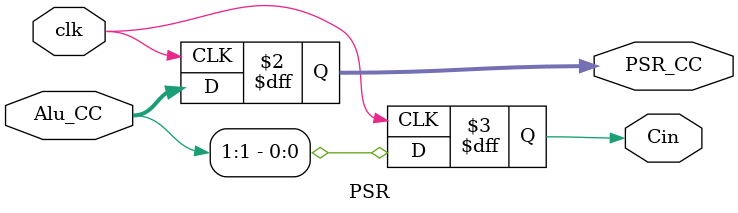
<source format=v>
module ALU(output reg Z, N, C, V, output reg [31:0] Out, input [31:0] A, B, input Cin, input [3:0] opcode);
    always @(A, B, opcode) begin
        case(opcode)
            4'b0000: begin
                //A+B
                {C, Out} = A + B;
                Z = (Out == 0);
                N = Out[31];
                V = ~(A[31] ^ B[31]) & (A[31] ^ Out[31]);
            end
            
            4'b0001: begin
                //A+B+Cin
                {C, Out} = A + B + Cin;
                Z = (Out == 0);
                N = Out[31];
                V = ~(A[31] ^ B[31]) & (A[31] ^ Out[31]);
            end
            
            4'b0010: begin
                //A-B
                Out = A - B;
                Z = (Out == 0);
                N = Out[31];
                C = (A < B) ? 1 : 0;
                V = (A[31] ^ B[31]) & (A[31] ^ Out[31]);
            end
            
            4'b0011: begin
                //A-B-Cin
                Out = A - B - Cin;
                Z = (Out == 0);
                N = Out[31];
                C = (A < (B+Cin)) ? 1 : 0;
                V = (A[31] ^ B[31]) & (A[31] ^ Out[31]);
            end
            
            4'b0100: begin
                //B-A
                Out = B - A;
                Z = (Out == 0);
                N = Out[31];
                C = (B < A) ? 1 : 0;
                V = (B[31] ^ A[31]) & (B[31] ^ Out[31]);
            end
            
            4'b0101: begin
                //B-A-Cin
                Out = B - A - Cin;
                Z = (Out == 0);
                N = Out[31];
                C = (B < (A+Cin)) ? 1 : 0;
                V = (B[31] ^ A[31]) & (B[31] ^ Out[31]);
            end
            
            4'b0110: begin
                //A and B
                Out = A & B;
                Z = (Out == 0);
                N = Out[31];
            end
            
            4'b0111: begin
                //A or B
                Out = A | B;
                Z = (Out == 0);
                N = Out[31];
            end
            
            4'b1000: begin
                //A xor B
                Out = A ^ B;
                Z = (Out == 0);
                N = Out[31];
            end
            
            4'b1001: begin
                //A
                Out = A;
                Z = (Out == 0);
                N = Out[31];
            end
            
            4'b1010: begin
                //B
                Out = B;
                Z = (Out == 0);
                N = Out[31];
            end
            
            4'b1011: begin
                //not B
                Out = (~B);
                Z = (Out == 0);
                N = Out[31];
            end
            
            4'b1100: begin
                //A and (not B)
                Out = A & (~B);
                Z = (Out == 0);
                N = Out[31];
            end
            
        endcase
    end    
    
endmodule

module ConditionHandler (
    input [3:0] CC,            // Condition codes: N, Z, C, V
    input [3:0] ID_ICC_3128,   // Instruction condition field
    input ID_B_Instr,          // Indicates branch instruction
    input ID_BL_Instr,         // Indicates branch-and-link instruction
    output reg Out_B,          // Branch signal
    output reg Out_BL          // Branch-and-link signal
);
    wire N = CC[3];  // Negative flag
    wire Z = CC[2];  // Zero flag
    wire C = CC[1];  // Carry flag
    wire V = CC[0];  // Overflow flag

    always @(*) begin
        Out_B = 0;
        Out_BL = 0;

        // Branch condition handling
        if (ID_B_Instr) begin
            case (ID_ICC_3128)
                4'b0000: Out_B = (Z == 1);                  // Branch if equal
                4'b0001: Out_B = (Z == 0);                  // Branch if not equal
                4'b0010: Out_B = (C == 1);                  // Branch if carry set
                4'b0011: Out_B = (C == 0);                  // Branch if carry clear
                4'b0100: Out_B = (N == 1);                  // Branch if minus
                4'b0101: Out_B = (N == 0);                  // Branch if pos or zero
                4'b0110: Out_B = (V == 1);                  // Branch if overflow
                4'b0111: Out_B = (V == 0);                  // Branch if no overflow
                4'b1000: Out_B = ((C==1)&&(Z==0));          // Branch if unsigned higher
                4'b1001: Out_B = ((C==0)||(Z==1));          // Branch if unsigned lower or same
                4'b1010: Out_B = (N==V);                    // Branch if greater or equal
                4'b1011: Out_B = (N!=V);                    // Branch if less than
                4'b1100: Out_B = ((Z==0)&&(N==V));          // Branch if greater than
                4'b1101: Out_B = ((Z==1)||(N!=V));          // Branch if less than or equal
                4'b1110: Out_B = 1;                         // Always branch
                4'b1111: Out_B = 0;                         // Branch Never
            endcase   
            if (ID_BL_Instr) begin
                Out_BL = 1; 
            end
        end
    end

endmodule


module Multiplexer (
    output reg [1:0] AM,
    output reg [3:0] opcode,
    output reg S, load, RFenable, B, BL, size, ReadWrite,Enable,
    input [1:0] ID_shift_AM,
    input [3:0] ID_alu_op,
    input ID_S_Bit, ID_load_instr, ID_RF_enable, ID_B_intr, ID_enable_instr, ID_RW, ID_size, ID_BL_instr, select
);
    always @(*) begin
        if (select) begin
            AM = 2'b00;
            opcode = 4'b0000;
            S = 1'b0;
            load = 1'b0;
            RFenable = 1'b0;
            B = 1'b0;
            BL = 1'b0;
            Enable = 1'b0;
            size = 1'b0;
            ReadWrite = 1'b0;
        end else begin
            AM = ID_shift_AM;
            opcode = ID_alu_op;
            S = ID_S_Bit;
            load = ID_load_instr;
            ReadWrite = ID_RW;
            Enable = ID_enable_instr;
            RFenable = ID_RF_enable;
            B = ID_B_intr;
            BL = ID_BL_instr;
            size = ID_size;
        end
    end
endmodule

module ControlUnit(
    output reg ID_S_bit, ID_load_instr, ID_RF_enable, ID_B_instr,
    ID_enable_instr, ID_size, ID_BL_instr, ID_RW,
    output reg [1:0] ID_shift_AM, sop_count,
    output reg [3:0] ID_alu_op, 
    output reg [7:0] ID_mnemonic0, ID_mnemonic1, ID_mnemonic2,
    input [31:0] instruction
);

always @(instruction) begin
/*
signals for the number of source operands
00 - 0 source operands
01 - 1 source operand
10 - 2 source operands
11 - 3 source operands
*/
    if (instruction == 32'b00000000000000000000000000000000) begin
        ID_S_bit = 0;
        ID_load_instr = 0;
        ID_RF_enable = 0;
        ID_B_instr = 0;
        ID_enable_instr = 0;
        ID_size = 0;
        ID_RW = 0;
        ID_BL_instr = 0;
        ID_shift_AM = 2'b00;
        ID_alu_op = 4'b0000;
        ID_mnemonic0 = "N";
        ID_mnemonic1 = "O";
        ID_mnemonic2 = "P";
    end else begin
        case (instruction[27:25])
            3'b000: begin  // data processing immediate shift
                if (instruction[4] == 0) begin
                    ID_S_bit = instruction[20];
                    ID_load_instr = 0;
                    ID_RW = 0;
                    ID_RF_enable = 1; 
                    ID_B_instr = 0;
                    ID_enable_instr = 0;
                    ID_size = 0; 
                    ID_BL_instr = 0;
                    ID_shift_AM = 2'b11;
                    sop_count = 2'b10; 
                    
                    
                    
                    case (instruction[24:21])
                        4'b0000: begin ID_alu_op = 4'b0110; ID_mnemonic0 = "A"; ID_mnemonic1 = "N"; ID_mnemonic2 = "D"; end
                        4'b0001: begin ID_alu_op = 4'b1000; ID_mnemonic0 = "E"; ID_mnemonic1 = "O"; ID_mnemonic2 = "R"; end
                        4'b0010: begin ID_alu_op = 4'b0010; ID_mnemonic0 = "S"; ID_mnemonic1 = "U"; ID_mnemonic2 = "B"; end
                        4'b0011: begin ID_alu_op = 4'b0100; ID_mnemonic0 = "R"; ID_mnemonic1 = "S"; ID_mnemonic2 = "B"; end
                        4'b0100: begin ID_alu_op = 4'b0000; ID_mnemonic0 = "A"; ID_mnemonic1 = "D"; ID_mnemonic2 = "D"; end
                        4'b0101: begin ID_alu_op = 4'b0001; ID_mnemonic0 = "A"; ID_mnemonic1 = "D"; ID_mnemonic2 = "C"; end
                        4'b0110: begin ID_alu_op = 4'b0011; ID_mnemonic0 = "S"; ID_mnemonic1 = "B"; ID_mnemonic2 = "C"; end
                        4'b0111: begin ID_alu_op = 4'b0101; ID_mnemonic0 = "R"; ID_mnemonic1 = "S"; ID_mnemonic2 = "C"; end
                        4'b1000: begin ID_alu_op = 4'b0110; ID_mnemonic0 = "T"; ID_mnemonic1 = "S"; ID_mnemonic2 = "T"; end
                        4'b1001: begin ID_alu_op = 4'b1000; ID_mnemonic0 = "T"; ID_mnemonic1 = "E"; ID_mnemonic2 = "Q"; end
                        4'b1010: begin ID_alu_op = 4'b0010; ID_mnemonic0 = "C"; ID_mnemonic1 = "M"; ID_mnemonic2 = "P"; end
                        4'b1011: begin ID_alu_op = 4'b0000; ID_mnemonic0 = "C"; ID_mnemonic1 = "M"; ID_mnemonic2 = "N"; end
                        4'b1100: begin ID_alu_op = 4'b0111; ID_mnemonic0 = "O"; ID_mnemonic1 = "R"; ID_mnemonic2 = "R"; end
                        4'b1101: begin ID_alu_op = 4'b1010; ID_mnemonic0 = "M"; ID_mnemonic1 = "O"; ID_mnemonic2 = "V"; end
                        4'b1110: begin ID_alu_op = 4'b1100; ID_mnemonic0 = "B"; ID_mnemonic1 = "I"; ID_mnemonic2 = "C"; end
                        4'b1111: begin ID_alu_op = 4'b1011; ID_mnemonic0 = "M"; ID_mnemonic1 = "V"; ID_mnemonic2 = "N"; end
                    endcase
                end
            end
            3'b001: begin // data processing immediate
                ID_S_bit = instruction[20];
                ID_load_instr = 0;
                ID_RW = 0;
                ID_RF_enable = 1;
                ID_B_instr = 0;
                ID_enable_instr = 0;
                ID_size = 0; 
                ID_BL_instr = 0;
                ID_shift_AM = 2'b00;
                sop_count = 2'b01; 
                
                
                case (instruction[24:21])
                    4'b0000: begin ID_alu_op = 4'b0110; ID_mnemonic0 = "A"; ID_mnemonic1 = "N"; ID_mnemonic2 = "D"; end
                    4'b0001: begin ID_alu_op = 4'b1000; ID_mnemonic0 = "E"; ID_mnemonic1 = "O"; ID_mnemonic2 = "R"; end
                    4'b0010: begin ID_alu_op = 4'b0010; ID_mnemonic0 = "S"; ID_mnemonic1 = "U"; ID_mnemonic2 = "B"; end
                    4'b0011: begin ID_alu_op = 4'b0100; ID_mnemonic0 = "R"; ID_mnemonic1 = "S"; ID_mnemonic2 = "B"; end
                    4'b0100: begin ID_alu_op = 4'b0000; ID_mnemonic0 = "A"; ID_mnemonic1 = "D"; ID_mnemonic2 = "D"; end
                    4'b0101: begin ID_alu_op = 4'b0001; ID_mnemonic0 = "A"; ID_mnemonic1 = "D"; ID_mnemonic2 = "C"; end
                    4'b0110: begin ID_alu_op = 4'b0011; ID_mnemonic0 = "S"; ID_mnemonic1 = "B"; ID_mnemonic2 = "C"; end
                    4'b0111: begin ID_alu_op = 4'b0101; ID_mnemonic0 = "R"; ID_mnemonic1 = "S"; ID_mnemonic2 = "C"; end
                    4'b1000: begin ID_alu_op = 4'b0110; ID_mnemonic0 = "T"; ID_mnemonic1 = "S"; ID_mnemonic2 = "T"; end
                    4'b1001: begin ID_alu_op = 4'b1000; ID_mnemonic0 = "T"; ID_mnemonic1 = "E"; ID_mnemonic2 = "Q"; end
                    4'b1010: begin ID_alu_op = 4'b0010; ID_mnemonic0 = "C"; ID_mnemonic1 = "M"; ID_mnemonic2 = "P"; end
                    4'b1011: begin ID_alu_op = 4'b0000; ID_mnemonic0 = "C"; ID_mnemonic1 = "M"; ID_mnemonic2 = "N"; end
                    4'b1100: begin ID_alu_op = 4'b0111; ID_mnemonic0 = "O"; ID_mnemonic1 = "R"; ID_mnemonic2 = "R"; end
                    4'b1101: begin ID_alu_op = 4'b1010; ID_mnemonic0 = "M"; ID_mnemonic1 = "O"; ID_mnemonic2 = "V"; end
                    4'b1110: begin ID_alu_op = 4'b1100; ID_mnemonic0 = "B"; ID_mnemonic1 = "I"; ID_mnemonic2 = "C"; end
                    4'b1111: begin ID_alu_op = 4'b1011; ID_mnemonic0 = "M"; ID_mnemonic1 = "V"; ID_mnemonic2 = "N"; end
                endcase
            end
            3'b010: begin // load store immediate offset
                ID_S_bit = 0;
                ID_load_instr = instruction[20]; 
                ID_B_instr = 0;
                ID_enable_instr = 1;
                if(instruction[22]) begin
                        ID_size = 0;
                    end else begin
                        ID_size = 1;
                    end
                ID_BL_instr = 0;
                ID_shift_AM = 2'b10;
                if (instruction[20] == 0) begin ID_RW = 1; ID_mnemonic0 = "S"; ID_mnemonic1 = "T"; ID_mnemonic2 = "R"; ID_RF_enable = 0;  
                sop_count = 2'b10; 
                end
                else begin ID_RW = 0; ID_mnemonic0 = "L"; ID_mnemonic1 = "D"; ID_mnemonic2 = "R"; ID_RF_enable = 1;
                sop_count = 2'b01; 
                end
                ID_alu_op = (instruction[23] == 1) ? 4'b0000 : 4'b0010;
            end
            3'b011: begin //Load/Store register offset
                    ID_S_bit = 0;
                    ID_B_instr = 0;
                    ID_enable_instr = 1;
                    ID_load_instr = instruction[20];
                    if(instruction[22]) begin
                        ID_size = 0;
                    end else begin
                        ID_size = 1;
                    end
                    ID_BL_instr = 0;
                    if (instruction[20] == 0) begin ID_RW = 1; ID_RW = 1; ID_mnemonic0 = "S"; ID_mnemonic1 = "T"; ID_mnemonic2 = "R"; ID_RF_enable = 0;
                    sop_count = 2'b11; 
                    
                    end
                else begin ID_RW = 0; ID_mnemonic0 = "L"; ID_mnemonic1 = "D"; ID_mnemonic2 = "R"; ID_RF_enable = 1; end
                    ID_shift_AM = 2'b11;
                    sop_count = 2'b01;       
                    if(instruction[23] == 1) begin
                        ID_alu_op = 4'b0000;
                    end      
                    else
                        ID_alu_op = 4'b0010;
                    end
            3'b101: begin // branch or branch and link
                ID_S_bit = 0;
                ID_load_instr = 0;
                ID_RF_enable = 0; 
                ID_B_instr = 1;
                ID_enable_instr = 0;
                ID_size = 0;
                ID_BL_instr = instruction[24];
                sop_count = 2'b00;
                if (instruction[24] == 0) begin ID_mnemonic0 = "B"; ID_mnemonic1 = " "; ID_mnemonic2 = " "; end
                else begin ID_mnemonic0 = "B"; ID_mnemonic1 = "L"; ID_mnemonic2 = " "; end
            end
        endcase
    end
end        
endmodule

module HazardUnit(
    output reg [1:0] ID_MUX_PA, ID_MUX_PB,ID_MUX_PD,
    output reg NOP,
    output reg IF_ID_LE, PC_LE,
    input [3:0] EX_Rd, MEM_Rd, WB_Rd,
    input [3:0] ID_RD, ID_RA, ID_RB,
    input EX_RF_enable, MEM_RF_enable, WB_RF_enable,
    input ID_enable_instr,ID_load_instr, EX_load_instr,
    input [1:0] sop_count
);
/*
selection signal to multiplexers in ID phase

Register from id: 00
Register from ex: 01
Register from mem: 10
Register from wb: 11

*/
    always @(*) begin
        ID_MUX_PA = 2'b00;
        ID_MUX_PB = 2'b00;
        ID_MUX_PD = 2'b00;
        NOP = 0;
        IF_ID_LE = 1;
        PC_LE = 1;

    
        if (sop_count > 2'b00) begin
            // Data Forwarding for Rn / ID_RA
            if (sop_count >= 2'b01) begin
                if (EX_RF_enable && (ID_RA == EX_Rd)) ID_MUX_PA = 2'b01;
                else if (MEM_RF_enable && (ID_RA == MEM_Rd)) ID_MUX_PA = 2'b10;
                else if (WB_RF_enable && (ID_RA == WB_Rd)) ID_MUX_PA = 2'b11;
            end

            // Data Forwarding for Rm / ID_RB
            if (sop_count >= 2'b10) begin
                if (EX_RF_enable && (ID_RB == EX_Rd)) ID_MUX_PB = 2'b01;
                else if (MEM_RF_enable && (ID_RB == MEM_Rd)) ID_MUX_PB = 2'b10;
                else if (WB_RF_enable && (ID_RB == WB_Rd)) ID_MUX_PB = 2'b11;
            end

            // Data Forwarding for ID_RD for some instructions
            if (sop_count == 2'b11) begin
                if (EX_RF_enable && (ID_RD == EX_Rd)) ID_MUX_PD = 2'b01;
                else if (MEM_RF_enable && (ID_RD == MEM_Rd)) ID_MUX_PD = 2'b10;
                else if (WB_RF_enable && (ID_RD == WB_Rd)) ID_MUX_PD = 2'b11;
            end
        end
            if(EX_load_instr && ((ID_RA == EX_Rd) || (ID_RB == EX_Rd))) begin //load hazard
                    NOP = 1;
                    IF_ID_LE = 0;
                    PC_LE = 0;
            end
            if(ID_enable_instr) begin
                 if(!ID_load_instr) begin // Store hazard sop_count == 3
                    
                    if (sop_count == 2'b11) begin
                        if (EX_RF_enable && ((ID_RA == EX_Rd) || (ID_RB == EX_Rd) || (ID_RD == EX_Rd))) ID_MUX_PD = 2'b01;
                        else if (MEM_RF_enable && ((ID_RA == MEM_Rd) || (ID_RB == MEM_Rd) || (ID_RD == MEM_Rd))) ID_MUX_PD = 2'b10;
                        else if (WB_RF_enable && ((ID_RA == WB_Rd) || (ID_RB == WB_Rd) || (ID_RD == WB_Rd))) ID_MUX_PD = 2'b11;
                    end
                                            // sop_count == 2 (Rn and Rd only)
                    else if (sop_count == 2'b10) begin
                        if (EX_RF_enable && ((ID_RA == EX_Rd) || (ID_RD == EX_Rd))) ID_MUX_PD = 2'b01;
                        else if (MEM_RF_enable && ((ID_RA == MEM_Rd) || (ID_RD == MEM_Rd))) ID_MUX_PD = 2'b10;
                        else if (WB_RF_enable && ((ID_RA == WB_Rd) || (ID_RD == WB_Rd))) ID_MUX_PD = 2'b11;
                    end
                end
            end


    end
    
endmodule

module adder(output reg [31:0] NextPC, input [31:0] PC);
always @(*) begin
    NextPC = PC + 4; 
end
endmodule

module mux2IN4OUT(
    output reg [3:0] out,
    input [3:0] portA, portB,
    input select
);
    always @(*)begin
        if(!select) out = portA;
        else out = portB;
    end


endmodule

module mux2IN32OUT(
    output reg [31:0] out,
    input [31:0] portA, portB,
    input select
);
    always @(*)begin
        if(!select) out = portA;
        else out = portB;
    end

endmodule

module mux4IN32OUT(
    output reg [31:0] out,
    input [31:0] portA, portB, portC,portD,
    input [1:0] select
);
always @(*) begin
    if (select == 2'b00) out = portA;
    else if (select == 2'b01) out = portB;
    else if (select == 2'b10) out = portC;
    else if (select == 2'b11) out = portD;
    
end

endmodule

module NextPCadder(
    input [31:0] NextPC,
    input signed [31:0] imm_valuex4,
    output reg [31:0] out
);
always @(*) begin
    out = NextPC + imm_valuex4;
end
endmodule

// module x4_SE (
//     output reg signed [31:0] imm_valuex4,
//     input signed [23:0] imm_value
// );
// always @(*) begin
//     imm_valuex4 = $signed({{6{imm_value[23]}},$signed(imm_value << 2)});
// end
// endmodule

module x4_SE (
    output reg signed [31:0] imm_valuex4,
    input signed [23:0] imm_value
);
always @(*) begin
    // Inspect the MSB of imm_value for sign extension
    if (imm_value[23] == 1'b0) begin
        // Positive value: Extend with zeros
        imm_valuex4 = {8'b0, imm_value} << 2;
    end else begin
        // Negative value: Extend with ones
        imm_valuex4 = {8'b11111111, imm_value} << 2;
    end
end
endmodule

module P_C (
    output reg [31:0] pc, input [31:0] npc, input enable, clk, reset
);
    always @(posedge clk) begin
        if(reset) begin
            pc = 32'h00000000;
        end else if(enable) begin
            pc = npc;
        end
    end
endmodule

module IF_ID (
    input Clk, 
    input Reset,
    input IF_ID_enable,
    input [31:0] IF_NextPC,
    input [31:0] IF_instruction, // Instruction from IF stage
    output reg [31:0] ID_instruction,
    output reg signed [23:0] imm_value,
    output reg [31:0] ID_NextPC,
    output reg [3:0] ID_RA,
    output reg[3:0] ID_RB,
    output reg[3:0] ID_RD,
    output reg [11:0] ID_shiftA,
    output reg [3:0] ID_ICC
);

always @(posedge Clk) begin
    if (Reset) begin
        ID_instruction <= 32'b0;
        ID_NextPC <= 32'b0;
        ID_RA <= ID_instruction[19:16];
        ID_RB <= ID_instruction[3:0];
        ID_RD <= ID_instruction[15:12];
        imm_value <= ID_instruction[23:0];
        ID_shiftA <= ID_instruction[11:0];
        ID_ICC <= ID_instruction[31:28];
    end else if (IF_ID_enable) begin
        ID_instruction <= IF_instruction;
        ID_NextPC <= IF_NextPC;
        ID_RA <= IF_instruction[19:16];
        ID_RB <= IF_instruction[3:0];
        ID_RD <= IF_instruction[15:12];
        imm_value <= IF_instruction[23:0];
        ID_shiftA <= IF_instruction[11:0];
        ID_ICC <= IF_instruction[31:28];
    end 
end
endmodule

module ID_EX (
    input Clk,
    input Reset,
    input ID_S_instr,
    input [3:0] ID_alu_op,
    input ID_load_instr,
    input ID_RF_enable,
    input ID_enable_instr,
    input ID_size,
    input ID_RW,
    input ID_BL_instr,
    input ID_B_instr,
    input [1:0] ID_shift_AM,
    input [31:0] ID_PA, ID_PB, ID_PD,
    input [11:0] ID_shiftA, 
    input [3:0] ID_RD,
    input [31:0] ID_NextPC,
    input CH_ID_BL,
    output reg EX_S_instr,
    output reg EX_load_instr,
    output reg EX_RF_enable,
    output reg EX_enable_instr,
    output reg EX_RW,
    output reg EX_size,
    output reg EX_BL_instr,
    output reg EX_B_instr,
    output reg [3:0] EX_alu_op,
    output reg [1:0] EX_shift_AM,
    output reg [31:0] EX_NextPC,
    output reg CH_EX_BL,
    output reg [3:0] EX_RD,
    output reg [31:0] EX_PA, EX_PB, EX_PD,
    output reg [11:0] EX_shiftA
);

always @(posedge Clk) begin
    if (Reset) begin
        EX_S_instr <= 1'b0;
        EX_alu_op <= 4'b0;
        EX_load_instr <= 1'b0;
        EX_RF_enable <= 1'b0;
        EX_RW <= 1'b0;
        EX_enable_instr <= 1'b0;
        EX_size <= 1'b0;
        EX_BL_instr <= 1'b0;
        EX_shift_AM <= 2'b00;
        EX_B_instr <= 0;
        EX_PA <= 32'b0;
        EX_PB <= 32'b0;
        EX_PD <= 32'b0;
        CH_EX_BL <= 0;
        EX_RD <= 4'b0;
        EX_shiftA <= 12'b0;
        EX_NextPC <= 32'b0;
    end else begin
        EX_S_instr <= ID_S_instr;
        EX_alu_op <= ID_alu_op;
        EX_load_instr <= ID_load_instr;
        EX_RF_enable <= ID_RF_enable;
        EX_enable_instr <= ID_enable_instr;
        EX_size <= ID_size;
        EX_RW <= ID_RW;
        EX_BL_instr <= ID_BL_instr;
        EX_shift_AM <= ID_shift_AM;
        EX_B_instr <= ID_B_instr;
        EX_PA <= ID_PA;
        EX_PB <= ID_PB;
        EX_PD <= ID_PD;
        EX_NextPC <= ID_NextPC;
        CH_EX_BL <= CH_ID_BL;
        EX_RD <= ID_RD;
        EX_shiftA <= ID_shiftA;
    end
end
endmodule


module EX_MEM (
    input Clk,
    input Reset,
    input EX_enable_instr,
    input EX_size,
    input EX_RF_enable,
    input EX_load_instr,
    input EX_RW,
    input [31:0] EX_PA, EX_PD,
    input [31:0] EX_ALU_out,
    input [3:0] EX_RD,
    output reg MEM_enable_instr,
    output reg MEM_size,
    output reg MEM_RF_enable,
    output reg MEM_load_instr,
    output reg MEM_RW,
    output reg [31:0] MEM_PA, MEM_PD,
    output reg [31:0] MEM_ALU_out,
    output reg [3:0] MEM_RD
);

always @(posedge Clk) begin
    if (Reset) begin
        MEM_enable_instr <= 1'b0;
        MEM_size <= 1'b0;
        MEM_RF_enable <= 1'b0;
        MEM_load_instr <= 1'b0;
        MEM_RW <= 1'b0;
        MEM_PA <= 32'b0;
        MEM_ALU_out <= 32'b0;
        MEM_RD <= 4'b0;
        MEM_PD <= 32'b0;
    end else begin
        MEM_enable_instr <= EX_enable_instr;
        MEM_size <= EX_size;
        MEM_RF_enable <= EX_RF_enable;
        MEM_load_instr <= EX_load_instr;
        MEM_ALU_out <= EX_ALU_out;
        MEM_PA <= EX_PA;
        MEM_RW <= EX_RW;
        MEM_RD <= EX_RD;
        MEM_PD <= EX_PD;
    end
end
endmodule

module MEM_WB (
    input Clk,
    input Reset,
    input MEM_RF_enable,
    input MEM_load_instr,
    input [31:0] MEM_MUX_out,
    input [3:0] MEM_RD,
    output reg WB_RF_enable,
    output reg WB_load_instr,
    output reg [31:0] WB_MUX_out,
    output reg [3:0] WB_RD
);

always @(posedge Clk) begin
    if (Reset) begin
        WB_RF_enable <= 1'b0;
        WB_load_instr <= 1'b0;
        WB_MUX_out <= 32'b0;
        WB_RD <= 4'b0;
    end else begin
        WB_RF_enable <= MEM_RF_enable;
        WB_load_instr <= MEM_load_instr;
        WB_MUX_out <= MEM_MUX_out;
        WB_RD <= MEM_RD;
    end
end
endmodule

module ram(
    output reg [31:0] DataOut,
    input Enable,
    input ReadWrite,
    input [7:0] Address,
    input [31:0] DataIn,
    input Size
);

    reg [7:0] mem [0:255];  

    always @(*) begin
        if (!ReadWrite) begin  
            if (Size == 1) begin 
                DataOut = {mem[Address], mem[Address+1], mem[Address+2], mem[Address+3]};
            end else begin  
                DataOut = {24'b0,mem[Address]};
            end
        end else begin
            if (Size == 1) begin
                mem[Address+3]   = DataIn[7:0];
                mem[Address+2] = DataIn[15:8];
                mem[Address+1] = DataIn[23:16];
                mem[Address] = DataIn[31:24];
            end else begin
                mem[Address] = DataIn[7:0];
            end
        end
    end
endmodule


module rom (
    input [7:0] Address,           // 8-bit address input for 256-entry memory
    output reg [31:0] Instruction  
);

    reg [7:0] mem [0:255];

    always @(*) begin
        Instruction = {mem[Address], mem[Address + 1], mem[Address + 2], mem[Address + 3]};
    end

endmodule

module register (
    output reg [31:0] Q,
    input [31:0] D,
    input LE,
    input Clk,
    input reset 
);
    always @ (posedge Clk or posedge reset) begin
        if (reset)
            Q <= 32'b0;
        else if (LE)
            Q <= D;
    end
endmodule



module Decoder (
    input [3:0] addr,
    input E,
    output reg [15:0] O
);
    always @(*) begin
        if (E) begin
            O = 16'b0;
            O[addr] = 1'b1;
        end
        else 
            O = 16'b0;
    end
endmodule

module Mux16x1 (
    input [31:0] regi0, regi1, regi2, regi3, regi4, regi5, regi6, regi7,
    input [31:0] regi8, regi9, regi10, regi11, regi12, regi13, regi14, regi15,
    input [3:0] sel,
    output reg [31:0] out
);
    always @(*) begin
        case (sel)
            4'd0: out = regi0;
            4'd1: out = regi1;
            4'd2: out = regi2;
            4'd3: out = regi3;
            4'd4: out = regi4;
            4'd5: out = regi5;
            4'd6: out = regi6;
            4'd7: out = regi7;
            4'd8: out = regi8;
            4'd9: out = regi9;
            4'd10: out = regi10;
            4'd11: out = regi11;
            4'd12: out = regi12;
            4'd13: out = regi13;
            4'd14: out = regi14;
            4'd15: out = regi15;
        endcase
    end
endmodule

module RegisterFile (
    input clk,
    input reset, 
    input LE,
    input [3:0] RW,
    input [31:0] PW,
    input [3:0] RA, RB, RD,
    input [31:0] PC,
    output [31:0] PA, PB, PD
);

    wire [15:0] WE;
    wire [31:0] regi [14:0];

    Decoder decoder(
        .addr(RW),
        .E(LE),
        .O(WE)
    );

    register regi0 (
        .Q(regi[0]), 
        .D(PW), 
        .LE(WE[0]),
        .Clk(clk),
        .reset(reset) 
    );

    register regi1 (
        .Q(regi[1]), 
        .D(PW), 
        .LE(WE[1]),
        .Clk(clk),
        .reset(reset) 
    );

    register regi2 (
        .Q(regi[2]), 
        .D(PW), 
        .LE(WE[2]), 
        .Clk(clk),
        .reset(reset) 
    );

    register regi3 (
        .Q(regi[3]), 
        .D(PW), 
        .LE(WE[3]), 
        .Clk(clk),
        .reset(reset) 
    );

    register regi4 (
        .Q(regi[4]), 
        .D(PW), 
        .LE(WE[4]), 
        .Clk(clk),
        .reset(reset) 
    );

    register regi5 (
        .Q(regi[5]), 
        .D(PW), 
        .LE(WE[5]), 
        .Clk(clk),
        .reset(reset) 
    );

    register regi6 (
        .Q(regi[6]), 
        .D(PW), 
        .LE(WE[6]), 
        .Clk(clk),
        .reset(reset) 
    );

    register regi7 (
        .Q(regi[7]), 
        .D(PW), 
        .LE(WE[7]), 
        .Clk(clk),
        .reset(reset) 
    );

    register regi8 (
        .Q(regi[8]), 
        .D(PW), 
        .LE(WE[8]), 
        .Clk(clk),
        .reset(reset) 
    );

    register regi9 (
        .Q(regi[9]), 
        .D(PW), 
        .LE(WE[9]), 
        .Clk(clk),
        .reset(reset) 
    );

    register regi10 (
        .Q(regi[10]), 
        .D(PW), 
        .LE(WE[10]), 
        .Clk(clk),
        .reset(reset) 
    );

    register regi11 (
        .Q(regi[11]), 
        .D(PW), 
        .LE(WE[11]), 
        .Clk(clk),
        .reset(reset) 
    );

    register regi12 (
        .Q(regi[12]), 
        .D(PW), 
        .LE(WE[12]), 
        .Clk(clk),
        .reset(reset) 
    );

    register regi13 (
        .Q(regi[13]), 
        .D(PW), 
        .LE(WE[13]), 
        .Clk(clk),
        .reset(reset) 
    );

    register regi14 (
        .Q(regi[14]), 
        .D(PW), 
        .LE(WE[14]), 
        .Clk(clk),
        .reset(reset) 
    );

    

    Mux16x1 muxA (
        .regi0(regi[0]), .regi1(regi[1]), .regi2(regi[2]), .regi3(regi[3]),
        .regi4(regi[4]), .regi5(regi[5]), .regi6(regi[6]), .regi7(regi[7]),
        .regi8(regi[8]), .regi9(regi[9]), .regi10(regi[10]), .regi11(regi[11]),
        .regi12(regi[12]), .regi13(regi[13]), .regi14(regi[14]), .regi15(PC),
        .sel(RA),
        .out(PA)
    );

    Mux16x1 muxB (
        .regi0(regi[0]), .regi1(regi[1]), .regi2(regi[2]), .regi3(regi[3]),
        .regi4(regi[4]), .regi5(regi[5]), .regi6(regi[6]), .regi7(regi[7]),
        .regi8(regi[8]), .regi9(regi[9]), .regi10(regi[10]), .regi11(regi[11]),
        .regi12(regi[12]), .regi13(regi[13]), .regi14(regi[14]), .regi15(PC),
        .sel(RB),
        .out(PB)
    );

    Mux16x1 muxD (
        .regi0(regi[0]), .regi1(regi[1]), .regi2(regi[2]), .regi3(regi[3]),
        .regi4(regi[4]), .regi5(regi[5]), .regi6(regi[6]), .regi7(regi[7]),
        .regi8(regi[8]), .regi9(regi[9]), .regi10(regi[10]), .regi11(regi[11]),
        .regi12(regi[12]), .regi13(regi[13]), .regi14(regi[14]), .regi15(PC),
        .sel(RD),
        .out(PD)
    );
endmodule





module shifter(output reg [31:0] N, input [31:0] Rm, input [11:0] I, input [1:0] AM);
    always @(AM, Rm, I) begin
        case(AM)
            2'b00: begin
                N = {24'b0, I[7:0]} << (32-2 * I[11:8]) | {24'b0, I[7:0]} >> (2 * I[11:8]);
            end
            
            2'b01: begin
                N = Rm;
            end
            
            2'b10: begin
                N = {20'b0, I[11:0]};
            end
            
            2'b11: begin
                
                case (I[6:5])
                
                    2'b00: begin
                    //logical shift left
                        N = Rm << (I[11:7]);
                    end
                
                    2'b01: begin
                    //logical shift right
                        N = Rm >> (I[11:7]);
                    end
                    
                    2'b10: begin
                    //arithmetic shift right
                        N = $signed(Rm) >>> I[11:7];
                    end
                    
                    2'b11: begin
                    //rotate right
                        N = (Rm >> I[11:7]) | (Rm << (32 - I[11:7]));
                    end
                    
                endcase
            
            end
            
        endcase
        
        
    end
    
endmodule

module PSR(
    output reg [3:0] PSR_CC,
    output reg Cin,
    input [3:0] Alu_CC,
    input clk
);
always @(posedge clk) begin
    Cin = Alu_CC[1];
    PSR_CC = Alu_CC;
end

endmodule



</source>
